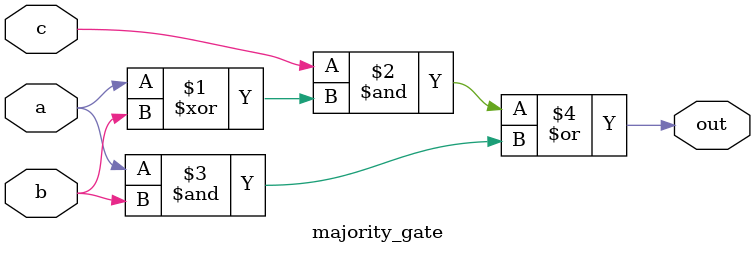
<source format=v>
module majority_gate (a, b, c, out);

input a, b, c;
output out;

//This is basically like VOTING MACHINE, The output will be 1 if there are majority 1's in the input and 0 if there are majority 0's in the input

assign out = (c & (a^b)) | (a&b);

endmodule
</source>
